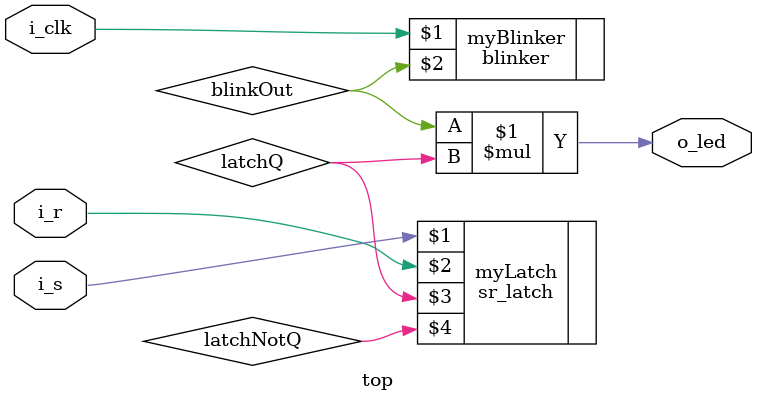
<source format=v>
`include "sr_latch.v"
`include "blinker.v"

module top (
    input i_clk, 
    input i_s,
    input i_r,
    output o_led
    );

wire latchQ;
wire latchNotQ;
sr_latch myLatch(i_s, i_r, latchQ, latchNotQ);

wire blinkOut;
blinker myBlinker(i_clk, blinkOut);

assign o_led = blinkOut * latchQ;

endmodule 

</source>
